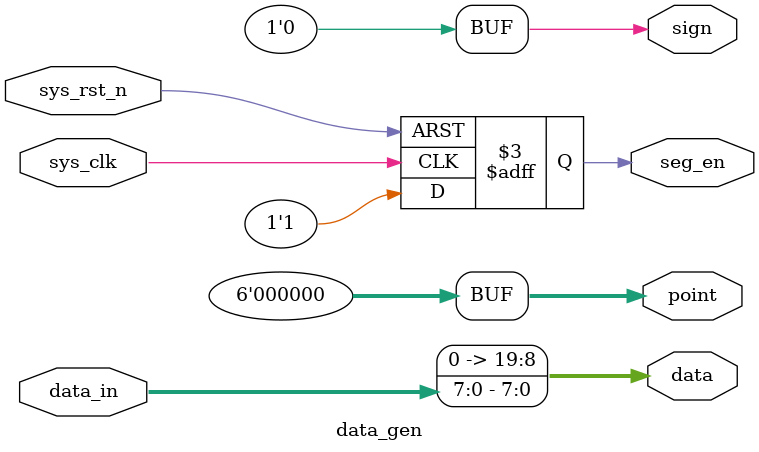
<source format=v>
`timescale  1ns/1ns

module  data_gen
  #(
     parameter   CNT_MAX = 23'd4999_999, //100ms计数值
     parameter   DATA_MAX= 20'd999_999   //显示的最大值
   )
   (
     input   wire            sys_clk     ,   //系统时钟，频率50MHz
     input   wire            sys_rst_n   ,   //复位信号，低电平有效
     input  wire      [7:0]      data_in     ,   //输入数据
     output  wire     [19:0]  data        ,   //数码管要显示的值
     output  wire    [5:0]   point       ,   //小数点显示,高电平有效
     output  reg             seg_en      ,   //数码管使能信号，高电平有效
     output  wire            sign            //符号位，高电平显示负号
   );

  //********************************************************************//
  //****************** Parameter and Internal Signal *******************//
  //********************************************************************//

  assign data={12'd0,data_in};
  //不显示小数点以及负数
  assign  point   =   6'b000_000;
  assign  sign    =   1'b0;

  //数码管使能信号给高即可
  always@(posedge sys_clk or negedge sys_rst_n)
    if(sys_rst_n == 1'b0)
      seg_en  <=  1'b0;
    else
      seg_en  <=  1'b1;

endmodule

</source>
